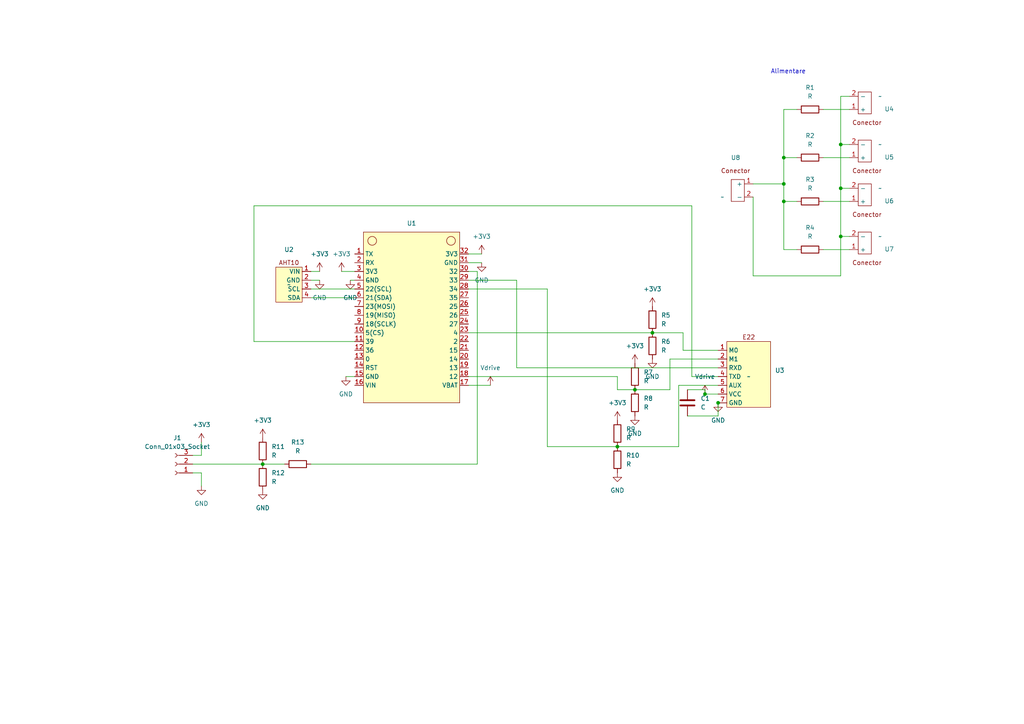
<source format=kicad_sch>
(kicad_sch (version 20230121) (generator eeschema)
  (paper "A4")
  (lib_symbols
    (symbol "Connector:Conn_01x03_Socket" (pin_names (offset 1.016) hide)
      (property "Reference" "J" (at 0 5.08 0))
      (property "Value" "Conn_01x03_Socket" (at 0 -5.08 0))
      (symbol "Conn_01x03_Socket_1_1"
        (arc (start 0 -2.032) (mid -0.5058 -2.54) (end 0 -3.048) (stroke (width 0.1524)))
        (polyline (pts (xy -1.27 -2.54) (xy -0.508 -2.54)) (stroke (width 0.1524)))
        (polyline (pts (xy -1.27 0) (xy -0.508 0)) (stroke (width 0.1524)))
        (polyline (pts (xy -1.27 2.54) (xy -0.508 2.54)) (stroke (width 0.1524)))
        (arc (start 0 0.508) (mid -0.5058 0) (end 0 -0.508) (stroke (width 0.1524)))
        (arc (start 0 3.048) (mid -0.5058 2.54) (end 0 2.032) (stroke (width 0.1524)))
        (pin passive line (at -5.08 2.54 0) (length 3.81) (name "Pin_1") (number "1"))
        (pin passive line (at -5.08 0 0) (length 3.81) (name "Pin_2") (number "2"))
        (pin passive line (at -5.08 -2.54 0) (length 3.81) (name "Pin_3") (number "3"))
      )
    )
    (symbol "Device:C" (pin_numbers hide) (pin_names (offset 0.254))
      (property "Reference" "C" (at 0.635 2.54 0))
      (property "Value" "C" (at 0.635 -2.54 0))
      (symbol "C_0_1"
        (polyline (pts (xy -2.032 -0.762) (xy 2.032 -0.762)) (stroke (width 0.508)))
        (polyline (pts (xy -2.032 0.762) (xy 2.032 0.762)) (stroke (width 0.508)))
      )
      (symbol "C_1_1"
        (pin passive line (at 0 3.81 270) (length 2.794) (name "~") (number "1"))
        (pin passive line (at 0 -3.81 90) (length 2.794) (name "~") (number "2"))
      )
    )
    (symbol "Device:R" (pin_numbers hide) (pin_names (offset 0))
      (property "Reference" "R" (at 2.032 0 90))
      (property "Value" "R" (at 0 0 90))
      (symbol "R_0_1"
        (rectangle (start -1.016 -2.54) (end 1.016 2.54) (stroke (width 0.254)))
      )
      (symbol "R_1_1"
        (pin passive line (at 0 3.81 270) (length 1.27) (name "~") (number "1"))
        (pin passive line (at 0 -3.81 90) (length 1.27) (name "~") (number "2"))
      )
    )
    (symbol "SimboluriAnton:AHT10"
      (property "Reference" "U" (at -1.27 0 0))
      (symbol "AHT10_1_1"
        (rectangle (start -3.81 5.08) (end 3.81 -5.08) (fill (type background)))
        (text "AHT10" (at 0 6.35 0) (effects (font (size 1.27 1.27))))
        (pin input line (at 6.35 3.81 180) (length 2.54) (name "VIN") (number "1"))
        (pin input line (at 6.35 1.27 180) (length 2.54) (name "GND") (number "2"))
        (pin input line (at 6.35 -1.27 180) (length 2.54) (name "SCL") (number "3"))
        (pin input line (at 6.35 -3.81 180) (length 2.54) (name "SDA") (number "4"))
      )
    )
    (symbol "SimboluriAnton:Conectori_baterie"
      (property "Reference" "U" (at 0 0 0))
      (symbol "Conectori_baterie_0_1"
        (rectangle (start 2.54 5.08) (end 6.35 -1.27))
      )
      (symbol "Conectori_baterie_1_1"
        (text "Conector" (at 3.81 7.62 0) (effects (font (size 1.27 1.27))))
        (pin input line (at 8.89 3.81 180) (length 2.54) (name "+") (number "1"))
        (pin input line (at 8.89 0 180) (length 2.54) (name "-") (number "2"))
      )
    )
    (symbol "SimboluriAnton:E22-_ambele_modele"
      (property "Reference" "U" (at 3.81 0 0))
      (symbol "E22-_ambele_modele_1_1"
        (rectangle (start -6.35 10.16) (end 6.35 -8.89) (fill (type background)))
        (text "E22" (at 0 11.43 0) (effects (font (size 1.27 1.27))))
        (pin input line (at -8.89 7.62 0) (length 2.54) (name "M0") (number "1"))
        (pin input line (at -8.89 5.08 0) (length 2.54) (name "M1") (number "2"))
        (pin input line (at -8.89 2.54 0) (length 2.54) (name "RXD") (number "3"))
        (pin input line (at -8.89 0 0) (length 2.54) (name "TXD") (number "4"))
        (pin input line (at -8.89 -2.54 0) (length 2.54) (name "AUX") (number "5"))
        (pin input line (at -8.89 -5.08 0) (length 2.54) (name "VCC") (number "6"))
        (pin input line (at -8.89 -7.62 0) (length 2.54) (name "GND") (number "7"))
      )
    )
    (symbol "SimboluriAnton:Lilygo_ESP32"
      (property "Reference" "U" (at 13.97 -3.81 0))
      (symbol "Lilygo_ESP32_1_1"
        (rectangle (start -1.27 13.97) (end 26.67 -35.56) (fill (type background)))
        (circle (center 1.27 11.43) (radius 1.27))
        (circle (center 24.13 11.43) (radius 1.27))
        (pin input line (at -3.81 7.62 0) (length 2.54) (name "TX") (number "1"))
        (pin input line (at -3.81 -15.24 0) (length 2.54) (name "5(CS)") (number "10"))
        (pin input line (at -3.81 -17.78 0) (length 2.54) (name "39") (number "11"))
        (pin input line (at -3.81 -20.32 0) (length 2.54) (name "36") (number "12"))
        (pin input line (at -3.81 -22.86 0) (length 2.54) (name "0") (number "13"))
        (pin input line (at -3.81 -25.4 0) (length 2.54) (name "RST") (number "14"))
        (pin input line (at -3.81 -27.94 0) (length 2.54) (name "GND") (number "15"))
        (pin input line (at -3.81 -30.48 0) (length 2.54) (name "VIN") (number "16"))
        (pin input line (at 29.21 -30.48 180) (length 2.54) (name "VBAT") (number "17"))
        (pin input line (at 29.21 -27.94 180) (length 2.54) (name "12") (number "18"))
        (pin input line (at 29.21 -25.4 180) (length 2.54) (name "13") (number "19"))
        (pin input line (at -3.81 5.08 0) (length 2.54) (name "RX") (number "2"))
        (pin input line (at 29.21 -22.86 180) (length 2.54) (name "14") (number "20"))
        (pin input line (at 29.21 -20.32 180) (length 2.54) (name "15") (number "21"))
        (pin input line (at 29.21 -17.78 180) (length 2.54) (name "2") (number "22"))
        (pin input line (at 29.21 -15.24 180) (length 2.54) (name "4") (number "23"))
        (pin input line (at 29.21 -12.7 180) (length 2.54) (name "27") (number "24"))
        (pin input line (at 29.21 -10.16 180) (length 2.54) (name "26") (number "25"))
        (pin input line (at 29.21 -7.62 180) (length 2.54) (name "25") (number "26"))
        (pin input line (at 29.21 -5.08 180) (length 2.54) (name "35") (number "27"))
        (pin input line (at 29.21 -2.54 180) (length 2.54) (name "34") (number "28"))
        (pin input line (at 29.21 0 180) (length 2.54) (name "33") (number "29"))
        (pin input line (at -3.81 2.54 0) (length 2.54) (name "3V3") (number "3"))
        (pin input line (at 29.21 2.54 180) (length 2.54) (name "32") (number "30"))
        (pin input line (at 29.21 5.08 180) (length 2.54) (name "GND") (number "31"))
        (pin input line (at 29.21 7.62 180) (length 2.54) (name "3V3") (number "32"))
        (pin input line (at -3.81 0 0) (length 2.54) (name "GND") (number "4"))
        (pin input line (at -3.81 -2.54 0) (length 2.54) (name "22(SCL)") (number "5"))
        (pin input line (at -3.81 -5.08 0) (length 2.54) (name "21(SDA)") (number "6"))
        (pin input line (at -3.81 -7.62 0) (length 2.54) (name "23(MOSI)") (number "7"))
        (pin input line (at -3.81 -10.16 0) (length 2.54) (name "19(MISO)") (number "8"))
        (pin input line (at -3.81 -12.7 0) (length 2.54) (name "18(SCLK)") (number "9"))
      )
    )
    (symbol "power:+3V3" (power) (pin_names (offset 0))
      (property "Value" "+3V3" (at 0 3.556 0))
      (symbol "+3V3_0_1"
        (polyline (pts (xy -0.762 1.27) (xy 0 2.54)))
        (polyline (pts (xy 0 0) (xy 0 2.54)))
        (polyline (pts (xy 0 2.54) (xy 0.762 1.27)))
      )
      (symbol "+3V3_1_1"
        (pin power_in line (at 0 0 90) (length 0) hide (name "+3V3") (number "1"))
      )
    )
    (symbol "power:GND" (power) (pin_names (offset 0))
      (property "Value" "GND" (at 0 -3.81 0))
      (symbol "GND_0_1"
        (polyline (pts (xy 0 0) (xy 0 -1.27) (xy 1.27 -1.27) (xy 0 -2.54) (xy -1.27 -1.27) (xy 0 -1.27)))
      )
      (symbol "GND_1_1"
        (pin power_in line (at 0 0 270) (length 0) hide (name "GND") (number "1"))
      )
    )
    (symbol "power:Vdrive" (power) (pin_names (offset 0))
      (property "Value" "Vdrive" (at 0 3.81 0))
      (symbol "Vdrive_0_1"
        (polyline (pts (xy -0.762 1.27) (xy 0 2.54)))
        (polyline (pts (xy 0 0) (xy 0 2.54)))
        (polyline (pts (xy 0 2.54) (xy 0.762 1.27)))
      )
      (symbol "Vdrive_1_1"
        (pin power_in line (at 0 0 90) (length 0) hide (name "Vdrive") (number "1"))
      )
    )
  )
  (junction (at 184.15 113.03))
  (junction (at 243.84 68.58))
  (junction (at 227.33 53.34))
  (junction (at 189.23 96.52))
  (junction (at 208.28 116.84))
  (junction (at 227.33 45.72))
  (junction (at 227.33 58.42))
  (junction (at 204.47 114.3))
  (junction (at 243.84 41.91))
  (junction (at 76.2 134.62))
  (junction (at 243.84 54.61))
  (junction (at 179.07 129.54))
  (wire (pts (xy 196.85 129.54) (xy 179.07 129.54)))
  (wire (pts (xy 208.28 120.65) (xy 208.28 116.84)))
  (wire (pts (xy 138.43 134.62) (xy 138.43 78.74)))
  (wire (pts (xy 90.17 83.82) (xy 102.87 83.82)))
  (wire (pts (xy 227.33 58.42) (xy 227.33 72.39)))
  (wire (pts (xy 199.39 113.03) (xy 204.47 113.03)))
  (wire (pts (xy 204.47 113.03) (xy 204.47 114.3)))
  (wire (pts (xy 227.33 72.39) (xy 231.14 72.39)))
  (wire (pts (xy 243.84 27.94) (xy 243.84 41.91)))
  (wire (pts (xy 90.17 78.74) (xy 92.71 78.74)))
  (wire (pts (xy 135.89 96.52) (xy 189.23 96.52)))
  (wire (pts (xy 243.84 80.01) (xy 218.44 80.01)))
  (wire (pts (xy 100.33 109.22) (xy 102.87 109.22)))
  (wire (pts (xy 208.28 104.14) (xy 194.31 104.14)))
  (wire (pts (xy 231.14 31.75) (xy 227.33 31.75)))
  (wire (pts (xy 194.31 113.03) (xy 184.15 113.03)))
  (wire (pts (xy 227.33 45.72) (xy 227.33 53.34)))
  (wire (pts (xy 227.33 53.34) (xy 227.33 58.42)))
  (wire (pts (xy 200.66 109.22) (xy 200.66 59.69)))
  (wire (pts (xy 243.84 41.91) (xy 246.38 41.91)))
  (wire (pts (xy 135.89 109.22) (xy 179.07 109.22)))
  (wire (pts (xy 179.07 113.03) (xy 184.15 113.03)))
  (wire (pts (xy 99.06 78.74) (xy 102.87 78.74)))
  (wire (pts (xy 198.12 96.52) (xy 189.23 96.52)))
  (wire (pts (xy 243.84 54.61) (xy 243.84 68.58)))
  (wire (pts (xy 238.76 72.39) (xy 246.38 72.39)))
  (wire (pts (xy 200.66 59.69) (xy 73.66 59.69)))
  (wire (pts (xy 149.86 81.28) (xy 135.89 81.28)))
  (wire (pts (xy 238.76 31.75) (xy 246.38 31.75)))
  (wire (pts (xy 218.44 53.34) (xy 227.33 53.34)))
  (wire (pts (xy 243.84 68.58) (xy 246.38 68.58)))
  (wire (pts (xy 58.42 137.16) (xy 58.42 140.97)))
  (wire (pts (xy 158.75 129.54) (xy 179.07 129.54)))
  (wire (pts (xy 208.28 109.22) (xy 200.66 109.22)))
  (wire (pts (xy 204.47 114.3) (xy 208.28 114.3)))
  (wire (pts (xy 196.85 111.76) (xy 196.85 129.54)))
  (wire (pts (xy 55.88 137.16) (xy 58.42 137.16)))
  (wire (pts (xy 138.43 78.74) (xy 135.89 78.74)))
  (wire (pts (xy 135.89 111.76) (xy 142.24 111.76)))
  (wire (pts (xy 55.88 132.08) (xy 58.42 132.08)))
  (wire (pts (xy 243.84 54.61) (xy 246.38 54.61)))
  (wire (pts (xy 158.75 83.82) (xy 158.75 129.54)))
  (wire (pts (xy 199.39 120.65) (xy 208.28 120.65)))
  (wire (pts (xy 135.89 76.2) (xy 139.7 76.2)))
  (wire (pts (xy 238.76 58.42) (xy 246.38 58.42)))
  (wire (pts (xy 218.44 80.01) (xy 218.44 57.15)))
  (wire (pts (xy 179.07 109.22) (xy 179.07 113.03)))
  (wire (pts (xy 208.28 111.76) (xy 196.85 111.76)))
  (wire (pts (xy 243.84 68.58) (xy 243.84 80.01)))
  (wire (pts (xy 90.17 86.36) (xy 102.87 86.36)))
  (wire (pts (xy 227.33 31.75) (xy 227.33 45.72)))
  (wire (pts (xy 208.28 106.68) (xy 149.86 106.68)))
  (wire (pts (xy 58.42 132.08) (xy 58.42 128.27)))
  (wire (pts (xy 73.66 99.06) (xy 102.87 99.06)))
  (wire (pts (xy 208.28 101.6) (xy 198.12 101.6)))
  (wire (pts (xy 238.76 45.72) (xy 246.38 45.72)))
  (wire (pts (xy 198.12 101.6) (xy 198.12 96.52)))
  (wire (pts (xy 90.17 134.62) (xy 138.43 134.62)))
  (wire (pts (xy 73.66 59.69) (xy 73.66 99.06)))
  (wire (pts (xy 149.86 106.68) (xy 149.86 81.28)))
  (wire (pts (xy 101.6 81.28) (xy 102.87 81.28)))
  (wire (pts (xy 227.33 45.72) (xy 231.14 45.72)))
  (wire (pts (xy 90.17 81.28) (xy 92.71 81.28)))
  (wire (pts (xy 194.31 104.14) (xy 194.31 113.03)))
  (wire (pts (xy 135.89 83.82) (xy 158.75 83.82)))
  (wire (pts (xy 76.2 134.62) (xy 82.55 134.62)))
  (wire (pts (xy 227.33 58.42) (xy 231.14 58.42)))
  (wire (pts (xy 55.88 134.62) (xy 76.2 134.62)))
  (wire (pts (xy 135.89 73.66) (xy 139.7 73.66)))
  (wire (pts (xy 243.84 41.91) (xy 243.84 54.61)))
  (wire (pts (xy 246.38 27.94) (xy 243.84 27.94)))
  (text "Alimentare" (at 223.52 21.59 0) (effects (font (size 1.27 1.27)) (justify left bottom)))
  (symbol (lib_id "power:+3V3") (at 139.7 73.66 0) (unit 1)
    (property "Reference" "#PWR04" (effects hide))
    (property "Value" "+3V3" (at 139.7 68.58 0))
  )
  (symbol (lib_id "power:GND") (at 58.42 140.97 0) (unit 1)
    (property "Reference" "#PWR020" (effects hide))
    (property "Value" "GND" (at 58.42 146.05 0))
  )
  (symbol (lib_id "power:+3V3") (at 92.71 78.74 0) (unit 1)
    (property "Reference" "#PWR015" (effects hide))
    (property "Value" "+3V3" (at 92.71 73.66 0))
  )
  (symbol (lib_id "Device:R") (at 179.07 133.35 0) (unit 1)
    (property "Reference" "R10" (at 181.61 132.08 0) (effects (justify left)))
    (property "Value" "R" (at 181.61 134.62 0) (effects (justify left)))
    (property "Footprint" "Resistor_SMD:R_1206_3216Metric_Pad1.30x1.75mm_HandSolder" (effects hide))
  )
  (symbol (lib_id "power:+3V3") (at 58.42 128.27 0) (unit 1)
    (property "Reference" "#PWR019" (effects hide))
    (property "Value" "+3V3" (at 58.42 123.19 0))
  )
  (symbol (lib_id "SimboluriAnton:E22-_ambele_modele") (at 217.17 109.22 0) (unit 1)
    (property "Reference" "U3" (at 224.79 107.4392 0) (effects (justify left)))
    (property "Value" "~" (at 217.17 109.22 0))
    (property "Footprint" "FootprintAnton:Modul E22- ambele modele" (effects hide))
  )
  (symbol (lib_id "Device:R") (at 234.95 45.72 90) (unit 1)
    (property "Reference" "R2" (at 234.95 39.37 90))
    (property "Value" "R" (at 234.95 41.91 90))
    (property "Footprint" "Resistor_THT:R_Axial_DIN0204_L3.6mm_D1.6mm_P7.62mm_Horizontal" (effects hide))
  )
  (symbol (lib_id "Device:R") (at 234.95 58.42 90) (unit 1)
    (property "Reference" "R3" (at 234.95 52.07 90))
    (property "Value" "R" (at 234.95 54.61 90))
    (property "Footprint" "Resistor_THT:R_Axial_DIN0204_L3.6mm_D1.6mm_P7.62mm_Horizontal" (effects hide))
  )
  (symbol (lib_id "SimboluriAnton:Lilygo_ESP32") (at 106.68 81.28 0) (unit 1)
    (property "Reference" "U1" (at 119.38 64.77 0))
    (property "Value" "~" (at 106.68 81.28 0))
    (property "Footprint" "FootprintAnton:Lilygo ESP-32" (effects hide))
  )
  (symbol (lib_id "power:GND") (at 179.07 137.16 0) (unit 1)
    (property "Reference" "#PWR011" (effects hide))
    (property "Value" "GND" (at 179.07 142.24 0))
  )
  (symbol (lib_id "Device:R") (at 76.2 130.81 0) (unit 1)
    (property "Reference" "R11" (at 78.74 129.54 0) (effects (justify left)))
    (property "Value" "R" (at 78.74 132.08 0) (effects (justify left)))
    (property "Footprint" "Resistor_SMD:R_1206_3216Metric_Pad1.30x1.75mm_HandSolder" (effects hide))
  )
  (symbol (lib_id "power:GND") (at 139.7 76.2 0) (unit 1)
    (property "Reference" "#PWR03" (effects hide))
    (property "Value" "GND" (at 139.7 81.28 0))
  )
  (symbol (lib_id "Device:R") (at 189.23 92.71 0) (unit 1)
    (property "Reference" "R5" (at 191.77 91.44 0) (effects (justify left)))
    (property "Value" "R" (at 191.77 93.98 0) (effects (justify left)))
    (property "Footprint" "Resistor_SMD:R_1206_3216Metric_Pad1.30x1.75mm_HandSolder" (effects hide))
  )
  (symbol (lib_id "Device:R") (at 189.23 100.33 0) (unit 1)
    (property "Reference" "R6" (at 191.77 99.06 0) (effects (justify left)))
    (property "Value" "R" (at 191.77 101.6 0) (effects (justify left)))
    (property "Footprint" "Resistor_SMD:R_1206_3216Metric_Pad1.30x1.75mm_HandSolder" (effects hide))
  )
  (symbol (lib_id "Device:R") (at 76.2 138.43 0) (unit 1)
    (property "Reference" "R12" (at 78.74 137.16 0) (effects (justify left)))
    (property "Value" "R" (at 78.74 139.7 0) (effects (justify left)))
    (property "Footprint" "Resistor_SMD:R_1206_3216Metric_Pad1.30x1.75mm_HandSolder" (effects hide))
  )
  (symbol (lib_id "power:+3V3") (at 179.07 121.92 0) (unit 1)
    (property "Reference" "#PWR08" (effects hide))
    (property "Value" "+3V3" (at 179.07 116.84 0))
  )
  (symbol (lib_id "power:GND") (at 184.15 120.65 0) (unit 1)
    (property "Reference" "#PWR010" (effects hide))
    (property "Value" "GND" (at 184.15 125.73 0))
  )
  (symbol (lib_id "SimboluriAnton:Conectori_baterie") (at 255.27 41.91 180) (unit 1)
    (property "Reference" "U5" (at 256.54 45.5958 0) (effects (justify right)))
    (property "Value" "~" (at 255.27 41.91 0))
    (property "Footprint" "Connector_PinHeader_2.54mm:PinHeader_1x02_P2.54mm_Horizontal" (effects hide))
  )
  (symbol (lib_id "Device:R") (at 179.07 125.73 0) (unit 1)
    (property "Reference" "R9" (at 181.61 124.46 0) (effects (justify left)))
    (property "Value" "R" (at 181.61 127 0) (effects (justify left)))
    (property "Footprint" "Resistor_SMD:R_1206_3216Metric_Pad1.30x1.75mm_HandSolder" (effects hide))
  )
  (symbol (lib_id "SimboluriAnton:Conectori_baterie") (at 255.27 54.61 180) (unit 1)
    (property "Reference" "U6" (at 256.54 58.2958 0) (effects (justify right)))
    (property "Value" "~" (at 255.27 54.61 0))
    (property "Footprint" "Connector_PinHeader_2.54mm:PinHeader_1x02_P2.54mm_Horizontal" (effects hide))
  )
  (symbol (lib_id "Device:R") (at 234.95 72.39 90) (unit 1)
    (property "Reference" "R4" (at 234.95 66.04 90))
    (property "Value" "R" (at 234.95 68.58 90))
    (property "Footprint" "Resistor_THT:R_Axial_DIN0204_L3.6mm_D1.6mm_P7.62mm_Horizontal" (effects hide))
  )
  (symbol (lib_id "power:Vdrive") (at 204.47 114.3 0) (unit 1)
    (property "Reference" "#PWR013" (effects hide))
    (property "Value" "Vdrive" (at 204.47 109.22 0))
  )
  (symbol (lib_id "Device:R") (at 86.36 134.62 90) (unit 1)
    (property "Reference" "R13" (at 86.36 128.27 90))
    (property "Value" "R" (at 86.36 130.81 90))
    (property "Footprint" "Resistor_SMD:R_1206_3216Metric_Pad1.30x1.75mm_HandSolder" (effects hide))
  )
  (symbol (lib_id "power:GND") (at 101.6 81.28 0) (unit 1)
    (property "Reference" "#PWR01" (effects hide))
    (property "Value" "GND" (at 101.6 86.36 0))
  )
  (symbol (lib_id "power:GND") (at 76.2 142.24 0) (unit 1)
    (property "Reference" "#PWR018" (effects hide))
    (property "Value" "GND" (at 76.2 147.32 0))
  )
  (symbol (lib_id "Device:R") (at 234.95 31.75 90) (unit 1)
    (property "Reference" "R1" (at 234.95 25.4 90))
    (property "Value" "R" (at 234.95 27.94 90))
    (property "Footprint" "Resistor_THT:R_Axial_DIN0204_L3.6mm_D1.6mm_P7.62mm_Horizontal" (effects hide))
  )
  (symbol (lib_id "power:+3V3") (at 99.06 78.74 0) (unit 1)
    (property "Reference" "#PWR05" (effects hide))
    (property "Value" "+3V3" (at 99.06 73.66 0))
  )
  (symbol (lib_id "SimboluriAnton:AHT10") (at 83.82 82.55 0) (unit 1)
    (property "Reference" "U2" (at 83.82 72.39 0))
    (property "Value" "~" (at 83.82 82.55 0))
    (property "Footprint" "FootprintAnton:AHT10" (effects hide))
  )
  (symbol (lib_id "SimboluriAnton:Conectori_baterie") (at 255.27 27.94 180) (unit 1)
    (property "Reference" "U4" (at 256.54 31.6258 0) (effects (justify right)))
    (property "Value" "~" (at 255.27 27.94 0))
    (property "Footprint" "Connector_PinHeader_2.54mm:PinHeader_1x02_P2.54mm_Horizontal" (effects hide))
  )
  (symbol (lib_id "SimboluriAnton:Conectori_baterie") (at 209.55 57.15 0) (unit 1)
    (property "Reference" "U8" (at 213.36 45.72 0))
    (property "Value" "~" (at 209.55 57.15 0))
    (property "Footprint" "Connector_PinHeader_2.54mm:PinHeader_1x02_P2.54mm_Horizontal" (effects hide))
  )
  (symbol (lib_id "power:GND") (at 100.33 109.22 0) (unit 1)
    (property "Reference" "#PWR02" (effects hide))
    (property "Value" "GND" (at 100.33 114.3 0))
  )
  (symbol (lib_id "power:+3V3") (at 76.2 127 0) (unit 1)
    (property "Reference" "#PWR017" (effects hide))
    (property "Value" "+3V3" (at 76.2 121.92 0))
  )
  (symbol (lib_id "power:GND") (at 208.28 116.84 0) (unit 1)
    (property "Reference" "#PWR014" (effects hide))
    (property "Value" "GND" (at 208.28 121.92 0))
  )
  (symbol (lib_id "Device:C") (at 199.39 116.84 0) (unit 1)
    (property "Reference" "C1" (at 203.2 115.57 0) (effects (justify left)))
    (property "Value" "C" (at 203.2 118.11 0) (effects (justify left)))
    (property "Footprint" "Capacitor_THT:CP_Radial_D5.0mm_P2.50mm" (effects hide))
  )
  (symbol (lib_id "Device:R") (at 184.15 116.84 0) (unit 1)
    (property "Reference" "R8" (at 186.69 115.57 0) (effects (justify left)))
    (property "Value" "R" (at 186.69 118.11 0) (effects (justify left)))
    (property "Footprint" "Resistor_SMD:R_1206_3216Metric_Pad1.30x1.75mm_HandSolder" (effects hide))
  )
  (symbol (lib_id "power:GND") (at 189.23 104.14 0) (unit 1)
    (property "Reference" "#PWR09" (effects hide))
    (property "Value" "GND" (at 189.23 109.22 0))
  )
  (symbol (lib_id "power:Vdrive") (at 142.24 111.76 0) (unit 1)
    (property "Reference" "#PWR012" (effects hide))
    (property "Value" "Vdrive" (at 142.24 106.68 0))
  )
  (symbol (lib_id "Connector:Conn_01x03_Socket") (at 50.8 134.62 180) (unit 1)
    (property "Reference" "J1" (at 51.435 127 0))
    (property "Value" "Conn_01x03_Socket" (at 51.435 129.54 0))
    (property "Footprint" "Connector_PinSocket_2.54mm:PinSocket_1x03_P2.54mm_Vertical" (effects hide))
  )
  (symbol (lib_id "Device:R") (at 184.15 109.22 0) (unit 1)
    (property "Reference" "R7" (at 186.69 107.95 0) (effects (justify left)))
    (property "Value" "R" (at 186.69 110.49 0) (effects (justify left)))
    (property "Footprint" "Resistor_SMD:R_1206_3216Metric_Pad1.30x1.75mm_HandSolder" (effects hide))
  )
  (symbol (lib_id "power:+3V3") (at 184.15 105.41 0) (unit 1)
    (property "Reference" "#PWR07" (effects hide))
    (property "Value" "+3V3" (at 184.15 100.33 0))
  )
  (symbol (lib_id "power:GND") (at 92.71 81.28 0) (unit 1)
    (property "Reference" "#PWR016" (effects hide))
    (property "Value" "GND" (at 92.71 86.36 0))
  )
  (symbol (lib_id "SimboluriAnton:Conectori_baterie") (at 255.27 68.58 180) (unit 1)
    (property "Reference" "U7" (at 256.54 72.2658 0) (effects (justify right)))
    (property "Value" "~" (at 255.27 68.58 0))
    (property "Footprint" "Connector_PinHeader_2.54mm:PinHeader_1x02_P2.54mm_Horizontal" (effects hide))
  )
  (symbol (lib_id "power:+3V3") (at 189.23 88.9 0) (unit 1)
    (property "Reference" "#PWR06" (effects hide))
    (property "Value" "+3V3" (at 189.23 83.82 0))
  )
)
</source>
